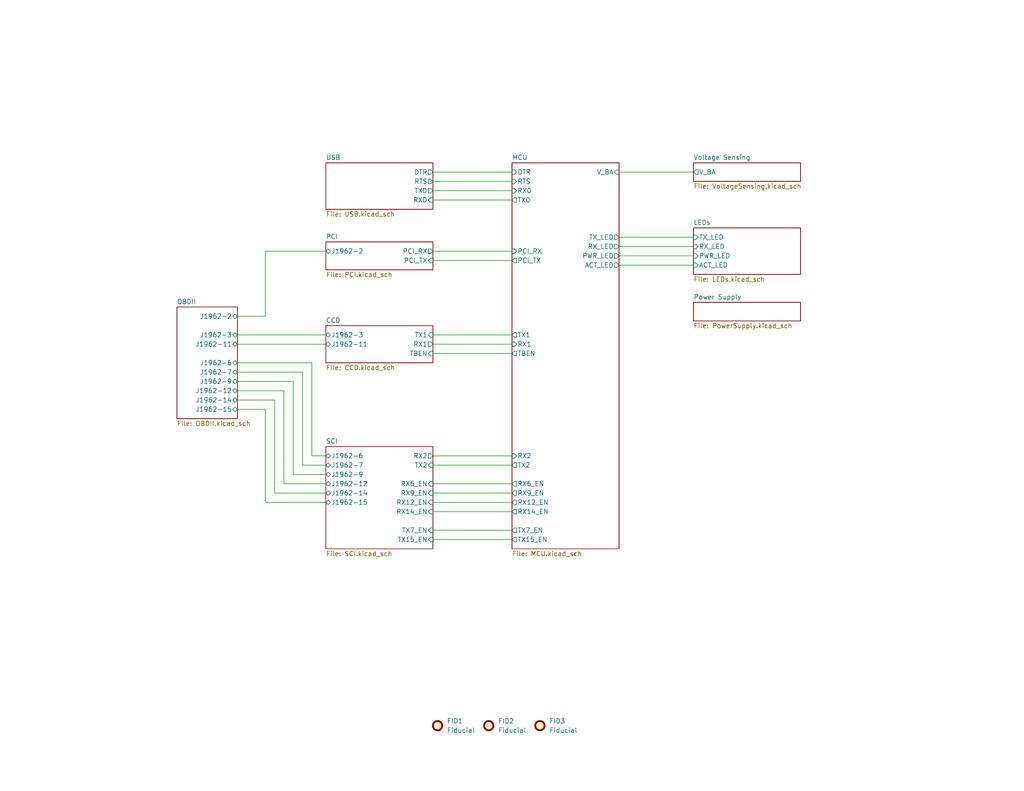
<source format=kicad_sch>
(kicad_sch (version 20211123) (generator eeschema)

  (uuid 956d2c99-20a9-451d-84c0-31aa8f667eb9)

  (paper "USLetter")

  (title_block
    (title "TJ Diag")
    (date "2023-09-12")
    (rev "V1.00")
    (company "andy@britishideas.com")
    (comment 1 "V210/ChryslerScanner_V210/schematic/ChryslerScanner_V210_schematic.pdf")
    (comment 2 "Based on: https://github.com/laszlodaniel/ChryslerScanner/blob/master/PCB/")
    (comment 3 "GPL V3 LICENSE")
  )

  (lib_symbols
    (symbol "Mechanical:Fiducial" (in_bom yes) (on_board yes)
      (property "Reference" "FID" (id 0) (at 0 5.08 0)
        (effects (font (size 1.27 1.27)))
      )
      (property "Value" "Fiducial" (id 1) (at 0 3.175 0)
        (effects (font (size 1.27 1.27)))
      )
      (property "Footprint" "" (id 2) (at 0 0 0)
        (effects (font (size 1.27 1.27)) hide)
      )
      (property "Datasheet" "~" (id 3) (at 0 0 0)
        (effects (font (size 1.27 1.27)) hide)
      )
      (property "ki_keywords" "fiducial marker" (id 4) (at 0 0 0)
        (effects (font (size 1.27 1.27)) hide)
      )
      (property "ki_description" "Fiducial Marker" (id 5) (at 0 0 0)
        (effects (font (size 1.27 1.27)) hide)
      )
      (property "ki_fp_filters" "Fiducial*" (id 6) (at 0 0 0)
        (effects (font (size 1.27 1.27)) hide)
      )
      (symbol "Fiducial_0_1"
        (circle (center 0 0) (radius 1.27)
          (stroke (width 0.508) (type default) (color 0 0 0 0))
          (fill (type background))
        )
      )
    )
  )


  (wire (pts (xy 118.11 46.99) (xy 139.7 46.99))
    (stroke (width 0) (type default) (color 0 0 0 0))
    (uuid 07f4cd4b-d2c4-4726-9bf7-4b7aadfe9946)
  )
  (wire (pts (xy 85.09 99.06) (xy 85.09 124.46))
    (stroke (width 0) (type default) (color 0 0 0 0))
    (uuid 0eef8870-c094-4016-ad6f-241db21f77cc)
  )
  (wire (pts (xy 64.77 109.22) (xy 74.93 109.22))
    (stroke (width 0) (type default) (color 0 0 0 0))
    (uuid 1b35d8cd-7ae9-41e3-9b9b-9e09f9e72da6)
  )
  (wire (pts (xy 88.9 124.46) (xy 85.09 124.46))
    (stroke (width 0) (type default) (color 0 0 0 0))
    (uuid 1edcaa1e-8d34-449c-ab57-384323c677bf)
  )
  (wire (pts (xy 72.39 111.76) (xy 64.77 111.76))
    (stroke (width 0) (type default) (color 0 0 0 0))
    (uuid 21b6e7e3-c235-413c-80e6-c8433cf77a7b)
  )
  (wire (pts (xy 74.93 109.22) (xy 74.93 134.62))
    (stroke (width 0) (type default) (color 0 0 0 0))
    (uuid 22b0ac19-7c5a-4562-9670-0d0d20ff408e)
  )
  (wire (pts (xy 118.11 124.46) (xy 139.7 124.46))
    (stroke (width 0) (type default) (color 0 0 0 0))
    (uuid 231faccf-8d04-46c9-a734-a422731f7ed3)
  )
  (wire (pts (xy 88.9 129.54) (xy 80.01 129.54))
    (stroke (width 0) (type default) (color 0 0 0 0))
    (uuid 29f1d134-bdb5-4a37-a003-defef58eb719)
  )
  (wire (pts (xy 64.77 91.44) (xy 88.9 91.44))
    (stroke (width 0) (type default) (color 0 0 0 0))
    (uuid 33c7c9d7-39b5-45d2-8795-51d9f07f8b1b)
  )
  (wire (pts (xy 118.11 144.78) (xy 139.7 144.78))
    (stroke (width 0) (type default) (color 0 0 0 0))
    (uuid 357a85cf-b477-4c93-92a9-c3f9424ad9de)
  )
  (wire (pts (xy 168.91 64.77) (xy 189.23 64.77))
    (stroke (width 0) (type default) (color 0 0 0 0))
    (uuid 46b305c9-cc4d-4175-87ef-83a3e52eea1f)
  )
  (wire (pts (xy 118.11 49.53) (xy 139.7 49.53))
    (stroke (width 0) (type default) (color 0 0 0 0))
    (uuid 54782a6f-f310-4ac0-acad-7df8068e6795)
  )
  (wire (pts (xy 64.77 99.06) (xy 85.09 99.06))
    (stroke (width 0) (type default) (color 0 0 0 0))
    (uuid 5885d598-f8ef-430f-a7b7-d636640c2613)
  )
  (wire (pts (xy 168.91 67.31) (xy 189.23 67.31))
    (stroke (width 0) (type default) (color 0 0 0 0))
    (uuid 620b1985-ae43-4680-a07c-97d49decc2af)
  )
  (wire (pts (xy 82.55 101.6) (xy 82.55 127))
    (stroke (width 0) (type default) (color 0 0 0 0))
    (uuid 67d79047-0a73-4e30-9f35-a1776c65b7b2)
  )
  (wire (pts (xy 118.11 52.07) (xy 139.7 52.07))
    (stroke (width 0) (type default) (color 0 0 0 0))
    (uuid 6dd7e073-51be-488a-a365-4777270acbe6)
  )
  (wire (pts (xy 118.11 139.7) (xy 139.7 139.7))
    (stroke (width 0) (type default) (color 0 0 0 0))
    (uuid 741e1e8e-024a-4e29-886c-1303134cb65e)
  )
  (wire (pts (xy 88.9 127) (xy 82.55 127))
    (stroke (width 0) (type default) (color 0 0 0 0))
    (uuid 750b0627-04dd-420c-aeec-6892a7707416)
  )
  (wire (pts (xy 118.11 91.44) (xy 139.7 91.44))
    (stroke (width 0) (type default) (color 0 0 0 0))
    (uuid 7a905482-895f-4a6d-bef5-c0918d7507fd)
  )
  (wire (pts (xy 118.11 71.12) (xy 139.7 71.12))
    (stroke (width 0) (type default) (color 0 0 0 0))
    (uuid 7f044920-c50f-44bc-8bdd-1554d1170910)
  )
  (wire (pts (xy 72.39 111.76) (xy 72.39 137.16))
    (stroke (width 0) (type default) (color 0 0 0 0))
    (uuid 864ab185-8786-4b55-9b0e-3a1ef664c3fb)
  )
  (wire (pts (xy 64.77 93.98) (xy 88.9 93.98))
    (stroke (width 0) (type default) (color 0 0 0 0))
    (uuid 86a52550-52d8-4bc6-8586-7b967b86247b)
  )
  (wire (pts (xy 118.11 127) (xy 139.7 127))
    (stroke (width 0) (type default) (color 0 0 0 0))
    (uuid 89a72462-3f82-4605-81a2-3756d22e7f59)
  )
  (wire (pts (xy 118.11 93.98) (xy 139.7 93.98))
    (stroke (width 0) (type default) (color 0 0 0 0))
    (uuid 8dcf895a-edfe-49a6-a97e-cb9f9e009050)
  )
  (wire (pts (xy 64.77 104.14) (xy 80.01 104.14))
    (stroke (width 0) (type default) (color 0 0 0 0))
    (uuid 9428c298-c863-40ce-8e6a-6b24ea4f2d3f)
  )
  (wire (pts (xy 88.9 137.16) (xy 72.39 137.16))
    (stroke (width 0) (type default) (color 0 0 0 0))
    (uuid 98ad2f57-97f3-446b-95ec-45eaf9cc5d14)
  )
  (wire (pts (xy 77.47 106.68) (xy 77.47 132.08))
    (stroke (width 0) (type default) (color 0 0 0 0))
    (uuid 9999a130-1eba-4560-9dec-42e0f69ec7d2)
  )
  (wire (pts (xy 118.11 132.08) (xy 139.7 132.08))
    (stroke (width 0) (type default) (color 0 0 0 0))
    (uuid a036f085-0492-4f8b-ade2-6302eeda7455)
  )
  (wire (pts (xy 88.9 132.08) (xy 77.47 132.08))
    (stroke (width 0) (type default) (color 0 0 0 0))
    (uuid a40629e0-7ebf-4168-bd83-e1fd8ae9c60f)
  )
  (wire (pts (xy 168.91 46.99) (xy 189.23 46.99))
    (stroke (width 0) (type default) (color 0 0 0 0))
    (uuid a8ea50ea-0bfc-45ff-95c8-12d32cedb43e)
  )
  (wire (pts (xy 72.39 68.58) (xy 72.39 86.36))
    (stroke (width 0) (type default) (color 0 0 0 0))
    (uuid b18630ed-248a-4510-8270-e025873596f7)
  )
  (wire (pts (xy 118.11 147.32) (xy 139.7 147.32))
    (stroke (width 0) (type default) (color 0 0 0 0))
    (uuid b1abf40c-7ac2-49e0-8fa7-f95a6ce09e77)
  )
  (wire (pts (xy 80.01 104.14) (xy 80.01 129.54))
    (stroke (width 0) (type default) (color 0 0 0 0))
    (uuid c055659e-b384-4516-8807-fb948c50daf4)
  )
  (wire (pts (xy 64.77 106.68) (xy 77.47 106.68))
    (stroke (width 0) (type default) (color 0 0 0 0))
    (uuid c155bd00-a98a-4bfe-a666-8b08b332d597)
  )
  (wire (pts (xy 82.55 101.6) (xy 64.77 101.6))
    (stroke (width 0) (type default) (color 0 0 0 0))
    (uuid c4b4f36b-973c-43b8-b49b-14191aa97ac0)
  )
  (wire (pts (xy 168.91 72.39) (xy 189.23 72.39))
    (stroke (width 0) (type default) (color 0 0 0 0))
    (uuid d338d1a0-9236-4c1b-9532-cace5c54ff84)
  )
  (wire (pts (xy 168.91 69.85) (xy 189.23 69.85))
    (stroke (width 0) (type default) (color 0 0 0 0))
    (uuid d5220bb6-beae-46e0-b51e-49e865d05bb4)
  )
  (wire (pts (xy 88.9 68.58) (xy 72.39 68.58))
    (stroke (width 0) (type default) (color 0 0 0 0))
    (uuid dbacc711-4e3d-4058-a3ac-befb46f03fd8)
  )
  (wire (pts (xy 118.11 137.16) (xy 139.7 137.16))
    (stroke (width 0) (type default) (color 0 0 0 0))
    (uuid dc8e931e-5cd5-4dff-997e-63945529202e)
  )
  (wire (pts (xy 118.11 54.61) (xy 139.7 54.61))
    (stroke (width 0) (type default) (color 0 0 0 0))
    (uuid e07ef151-bbeb-4b8a-931d-9b4aab12fd22)
  )
  (wire (pts (xy 88.9 134.62) (xy 74.93 134.62))
    (stroke (width 0) (type default) (color 0 0 0 0))
    (uuid e3dfba42-18bf-4d17-a668-8a1a8922fb2a)
  )
  (wire (pts (xy 118.11 68.58) (xy 139.7 68.58))
    (stroke (width 0) (type default) (color 0 0 0 0))
    (uuid ed73d291-bdfb-46d0-956c-415b96ff3d63)
  )
  (wire (pts (xy 118.11 96.52) (xy 139.7 96.52))
    (stroke (width 0) (type default) (color 0 0 0 0))
    (uuid f1b57951-e3df-4d23-b785-308557a7d737)
  )
  (wire (pts (xy 72.39 86.36) (xy 64.77 86.36))
    (stroke (width 0) (type default) (color 0 0 0 0))
    (uuid fc71b7c1-ee1a-411e-affc-d39df29674f9)
  )
  (wire (pts (xy 118.11 134.62) (xy 139.7 134.62))
    (stroke (width 0) (type default) (color 0 0 0 0))
    (uuid fcd99cc0-8d1f-4e29-9535-3f2f5ecfa6e9)
  )

  (symbol (lib_id "Mechanical:Fiducial") (at 133.35 198.12 0) (unit 1)
    (in_bom yes) (on_board yes) (fields_autoplaced)
    (uuid 030acf3f-e202-4778-bdcd-d59a4d01ef0a)
    (property "Reference" "FID2" (id 0) (at 135.89 196.8499 0)
      (effects (font (size 1.27 1.27)) (justify left))
    )
    (property "Value" "Fiducial" (id 1) (at 135.89 199.3899 0)
      (effects (font (size 1.27 1.27)) (justify left))
    )
    (property "Footprint" "Fiducial:Fiducial_0.5mm_Mask1mm" (id 2) (at 133.35 198.12 0)
      (effects (font (size 1.27 1.27)) hide)
    )
    (property "Datasheet" "~" (id 3) (at 133.35 198.12 0)
      (effects (font (size 1.27 1.27)) hide)
    )
  )

  (symbol (lib_id "Mechanical:Fiducial") (at 147.32 198.12 0) (unit 1)
    (in_bom yes) (on_board yes) (fields_autoplaced)
    (uuid 5e15f123-2233-44a1-940a-e4055cf28025)
    (property "Reference" "FID3" (id 0) (at 149.86 196.8499 0)
      (effects (font (size 1.27 1.27)) (justify left))
    )
    (property "Value" "Fiducial" (id 1) (at 149.86 199.3899 0)
      (effects (font (size 1.27 1.27)) (justify left))
    )
    (property "Footprint" "Fiducial:Fiducial_0.5mm_Mask1mm" (id 2) (at 147.32 198.12 0)
      (effects (font (size 1.27 1.27)) hide)
    )
    (property "Datasheet" "~" (id 3) (at 147.32 198.12 0)
      (effects (font (size 1.27 1.27)) hide)
    )
  )

  (symbol (lib_id "Mechanical:Fiducial") (at 119.38 198.12 0) (unit 1)
    (in_bom yes) (on_board yes) (fields_autoplaced)
    (uuid c22f6a66-ec06-4694-baa3-28a71f3b3b98)
    (property "Reference" "FID1" (id 0) (at 121.92 196.8499 0)
      (effects (font (size 1.27 1.27)) (justify left))
    )
    (property "Value" "Fiducial" (id 1) (at 121.92 199.3899 0)
      (effects (font (size 1.27 1.27)) (justify left))
    )
    (property "Footprint" "Fiducial:Fiducial_0.5mm_Mask1mm" (id 2) (at 119.38 198.12 0)
      (effects (font (size 1.27 1.27)) hide)
    )
    (property "Datasheet" "~" (id 3) (at 119.38 198.12 0)
      (effects (font (size 1.27 1.27)) hide)
    )
  )

  (sheet (at 189.23 44.45) (size 29.21 5.08) (fields_autoplaced)
    (stroke (width 0.1524) (type solid) (color 0 0 0 0))
    (fill (color 0 0 0 0.0000))
    (uuid 0400154a-51cb-4ef6-a7e1-57dee584047e)
    (property "Sheet name" "Voltage Sensing" (id 0) (at 189.23 43.7384 0)
      (effects (font (size 1.27 1.27)) (justify left bottom))
    )
    (property "Sheet file" "VoltageSensing.kicad_sch" (id 1) (at 189.23 50.1146 0)
      (effects (font (size 1.27 1.27)) (justify left top))
    )
    (pin "V_BA" output (at 189.23 46.99 180)
      (effects (font (size 1.27 1.27)) (justify left))
      (uuid b5be9f9a-a125-46a8-97b8-eb67a617936d)
    )
  )

  (sheet (at 88.9 44.45) (size 29.21 12.7) (fields_autoplaced)
    (stroke (width 0.1524) (type solid) (color 0 0 0 0))
    (fill (color 0 0 0 0.0000))
    (uuid 1dce640c-a6e4-4ded-8c41-e36bf768df8a)
    (property "Sheet name" "USB" (id 0) (at 88.9 43.7384 0)
      (effects (font (size 1.27 1.27)) (justify left bottom))
    )
    (property "Sheet file" "USB.kicad_sch" (id 1) (at 88.9 57.7346 0)
      (effects (font (size 1.27 1.27)) (justify left top))
    )
    (pin "TXD" output (at 118.11 52.07 0)
      (effects (font (size 1.27 1.27)) (justify right))
      (uuid 0e706b60-a26c-4633-aa63-533be972877e)
    )
    (pin "RTS" output (at 118.11 49.53 0)
      (effects (font (size 1.27 1.27)) (justify right))
      (uuid 5858eb3c-1da1-47d3-88e4-08e915a01bee)
    )
    (pin "DTR" output (at 118.11 46.99 0)
      (effects (font (size 1.27 1.27)) (justify right))
      (uuid 76aa34f4-c7d7-447c-98bb-ffa1c52f795e)
    )
    (pin "RXD" input (at 118.11 54.61 0)
      (effects (font (size 1.27 1.27)) (justify right))
      (uuid f8c6e864-d3a1-428e-ac51-7ccf29e472fc)
    )
  )

  (sheet (at 189.23 62.23) (size 29.21 12.7) (fields_autoplaced)
    (stroke (width 0.1524) (type solid) (color 0 0 0 0))
    (fill (color 0 0 0 0.0000))
    (uuid 254662d1-55f2-4325-bea6-ec403203b945)
    (property "Sheet name" "LEDs" (id 0) (at 189.23 61.5184 0)
      (effects (font (size 1.27 1.27)) (justify left bottom))
    )
    (property "Sheet file" "LEDs.kicad_sch" (id 1) (at 189.23 75.5146 0)
      (effects (font (size 1.27 1.27)) (justify left top))
    )
    (pin "PWR_LED" input (at 189.23 69.85 180)
      (effects (font (size 1.27 1.27)) (justify left))
      (uuid b67bb00b-cbbb-4979-993c-23c99a3cb276)
    )
    (pin "ACT_LED" input (at 189.23 72.39 180)
      (effects (font (size 1.27 1.27)) (justify left))
      (uuid 7dde3cba-3efe-4599-b9ab-deaae8842f52)
    )
    (pin "TX_LED" input (at 189.23 64.77 180)
      (effects (font (size 1.27 1.27)) (justify left))
      (uuid 6e5007ab-1ab0-49bf-8bf5-5b36ede9ac9f)
    )
    (pin "RX_LED" input (at 189.23 67.31 180)
      (effects (font (size 1.27 1.27)) (justify left))
      (uuid 6dcdb9eb-0a83-412b-916c-96d997d23529)
    )
  )

  (sheet (at 88.9 121.92) (size 29.21 27.94) (fields_autoplaced)
    (stroke (width 0.1524) (type solid) (color 0 0 0 0))
    (fill (color 0 0 0 0.0000))
    (uuid 449d0042-ba50-43bb-a7ec-3334a10ae562)
    (property "Sheet name" "SCI" (id 0) (at 88.9 121.2084 0)
      (effects (font (size 1.27 1.27)) (justify left bottom))
    )
    (property "Sheet file" "SCI.kicad_sch" (id 1) (at 88.9 150.4446 0)
      (effects (font (size 1.27 1.27)) (justify left top))
    )
    (pin "TX2" input (at 118.11 127 0)
      (effects (font (size 1.27 1.27)) (justify right))
      (uuid 47e5ed39-5ef6-47a9-84ab-d743cb68b6de)
    )
    (pin "RX9_EN" input (at 118.11 134.62 0)
      (effects (font (size 1.27 1.27)) (justify right))
      (uuid 3b455714-ad06-4363-9563-63743cfa0124)
    )
    (pin "J1962-7" bidirectional (at 88.9 127 180)
      (effects (font (size 1.27 1.27)) (justify left))
      (uuid f6ce0d70-d5b7-4a71-bf21-7f45e4da52be)
    )
    (pin "RX14_EN" input (at 118.11 139.7 0)
      (effects (font (size 1.27 1.27)) (justify right))
      (uuid 7cb7e2db-bc36-4de7-8884-90ea483ff4e2)
    )
    (pin "J1962-15" bidirectional (at 88.9 137.16 180)
      (effects (font (size 1.27 1.27)) (justify left))
      (uuid 444a479f-0bb0-48e4-bd07-dd2b23142e67)
    )
    (pin "TX7_EN" input (at 118.11 144.78 0)
      (effects (font (size 1.27 1.27)) (justify right))
      (uuid c3e0380c-abcc-4e53-8dad-9d545ca95178)
    )
    (pin "RX2" output (at 118.11 124.46 0)
      (effects (font (size 1.27 1.27)) (justify right))
      (uuid 3e7d28d0-ee8f-48ca-b37e-fb31366ae452)
    )
    (pin "TX15_EN" input (at 118.11 147.32 0)
      (effects (font (size 1.27 1.27)) (justify right))
      (uuid 2588d0dd-30b3-4cbf-aeda-afe238b6e00d)
    )
    (pin "J1962-14" bidirectional (at 88.9 134.62 180)
      (effects (font (size 1.27 1.27)) (justify left))
      (uuid e6e887ca-67b6-45c0-bc5a-48155687e99b)
    )
    (pin "J1962-9" bidirectional (at 88.9 129.54 180)
      (effects (font (size 1.27 1.27)) (justify left))
      (uuid ab10e880-d982-4444-97e6-c228b3974857)
    )
    (pin "RX6_EN" input (at 118.11 132.08 0)
      (effects (font (size 1.27 1.27)) (justify right))
      (uuid 8ed08cc7-f23b-43a8-b794-bd7ca7cd293a)
    )
    (pin "J1962-12" bidirectional (at 88.9 132.08 180)
      (effects (font (size 1.27 1.27)) (justify left))
      (uuid 0f110aa0-0b5f-4da5-bc62-3eb271cdb721)
    )
    (pin "RX12_EN" input (at 118.11 137.16 0)
      (effects (font (size 1.27 1.27)) (justify right))
      (uuid 5001d275-bced-4662-9662-8447589e3430)
    )
    (pin "J1962-6" bidirectional (at 88.9 124.46 180)
      (effects (font (size 1.27 1.27)) (justify left))
      (uuid 95fe7b11-8aed-44d9-af39-a93e5bb1bb50)
    )
  )

  (sheet (at 48.26 83.82) (size 16.51 30.48) (fields_autoplaced)
    (stroke (width 0.1524) (type solid) (color 0 0 0 0))
    (fill (color 0 0 0 0.0000))
    (uuid 4b6d022c-3e74-4eb6-939e-0485ec1c8fb8)
    (property "Sheet name" "OBDII" (id 0) (at 48.26 83.1084 0)
      (effects (font (size 1.27 1.27)) (justify left bottom))
    )
    (property "Sheet file" "OBDII.kicad_sch" (id 1) (at 48.26 114.8846 0)
      (effects (font (size 1.27 1.27)) (justify left top))
    )
    (pin "J1962-9" bidirectional (at 64.77 104.14 0)
      (effects (font (size 1.27 1.27)) (justify right))
      (uuid f222c80d-4532-44fe-9396-b5c04cac2e66)
    )
    (pin "J1962-14" bidirectional (at 64.77 109.22 0)
      (effects (font (size 1.27 1.27)) (justify right))
      (uuid 9a9a027b-6b44-425b-bff6-7ac2250d94f9)
    )
    (pin "J1962-12" bidirectional (at 64.77 106.68 0)
      (effects (font (size 1.27 1.27)) (justify right))
      (uuid 202eca9a-5327-4220-9fdf-989f5518b53a)
    )
    (pin "J1962-15" bidirectional (at 64.77 111.76 0)
      (effects (font (size 1.27 1.27)) (justify right))
      (uuid 5f60e35b-bfaf-4008-9af4-3215849d01ca)
    )
    (pin "J1962-6" bidirectional (at 64.77 99.06 0)
      (effects (font (size 1.27 1.27)) (justify right))
      (uuid a680e9f1-1d81-44b9-bb34-c8b1c61576d1)
    )
    (pin "J1962-7" bidirectional (at 64.77 101.6 0)
      (effects (font (size 1.27 1.27)) (justify right))
      (uuid e654d5e0-a8bb-4078-9fcd-94b3f73abebd)
    )
    (pin "J1962-2" bidirectional (at 64.77 86.36 0)
      (effects (font (size 1.27 1.27)) (justify right))
      (uuid f2e48d05-f02c-47d9-a461-dd45f6dfd441)
    )
    (pin "J1962-3" bidirectional (at 64.77 91.44 0)
      (effects (font (size 1.27 1.27)) (justify right))
      (uuid 0299a10a-9dae-4631-920a-a1aaac12146f)
    )
    (pin "J1962-11" bidirectional (at 64.77 93.98 0)
      (effects (font (size 1.27 1.27)) (justify right))
      (uuid 271d2441-a3a2-4b97-8ff7-e279e7ad533c)
    )
  )

  (sheet (at 139.7 44.45) (size 29.21 105.41) (fields_autoplaced)
    (stroke (width 0.1524) (type solid) (color 0 0 0 0))
    (fill (color 0 0 0 0.0000))
    (uuid ac169076-8654-48a0-b056-b4e38c009a27)
    (property "Sheet name" "MCU" (id 0) (at 139.7 43.7384 0)
      (effects (font (size 1.27 1.27)) (justify left bottom))
    )
    (property "Sheet file" "MCU.kicad_sch" (id 1) (at 139.7 150.4446 0)
      (effects (font (size 1.27 1.27)) (justify left top))
    )
    (pin "DTR" input (at 139.7 46.99 180)
      (effects (font (size 1.27 1.27)) (justify left))
      (uuid 6923d4c0-9072-4932-a7fe-d1ff59b5ba82)
    )
    (pin "RTS" input (at 139.7 49.53 180)
      (effects (font (size 1.27 1.27)) (justify left))
      (uuid 0640e503-11dc-4c6c-84d2-49b7ea903975)
    )
    (pin "RX0" input (at 139.7 52.07 180)
      (effects (font (size 1.27 1.27)) (justify left))
      (uuid 05b96a29-994f-4640-a0bc-ca87c34632bc)
    )
    (pin "TX0" output (at 139.7 54.61 180)
      (effects (font (size 1.27 1.27)) (justify left))
      (uuid 8d41b694-c80d-48cc-a50c-8b881a581acf)
    )
    (pin "RX2" input (at 139.7 124.46 180)
      (effects (font (size 1.27 1.27)) (justify left))
      (uuid ee93a4b7-70e5-4f04-bc74-6b517ee3c87a)
    )
    (pin "TX2" output (at 139.7 127 180)
      (effects (font (size 1.27 1.27)) (justify left))
      (uuid b72d6b9a-823c-4eaf-8f79-1e11cd61e5d3)
    )
    (pin "ACT_LED" output (at 168.91 72.39 0)
      (effects (font (size 1.27 1.27)) (justify right))
      (uuid 9519de8b-e383-485e-8359-7975d2a5331c)
    )
    (pin "PCI_RX" input (at 139.7 68.58 180)
      (effects (font (size 1.27 1.27)) (justify left))
      (uuid 4fbd101f-c74c-4fe2-b80a-892ebf29ecbd)
    )
    (pin "PCI_TX" output (at 139.7 71.12 180)
      (effects (font (size 1.27 1.27)) (justify left))
      (uuid e7be38f8-e032-4a9e-bb80-5519dafab786)
    )
    (pin "V_BA" input (at 168.91 46.99 0)
      (effects (font (size 1.27 1.27)) (justify right))
      (uuid 2ed7eabd-b54f-469b-8ca2-c9d3247f2d98)
    )
    (pin "PWR_LED" output (at 168.91 69.85 0)
      (effects (font (size 1.27 1.27)) (justify right))
      (uuid 5970298a-1b94-452f-ba83-e8a04c5b3f1f)
    )
    (pin "RX_LED" output (at 168.91 67.31 0)
      (effects (font (size 1.27 1.27)) (justify right))
      (uuid 3be382fd-4a3a-4973-a0dc-25aec576c3c7)
    )
    (pin "TX_LED" output (at 168.91 64.77 0)
      (effects (font (size 1.27 1.27)) (justify right))
      (uuid ccde7daa-9593-44e6-915a-92f5fd064dd6)
    )
    (pin "RX9_EN" output (at 139.7 134.62 180)
      (effects (font (size 1.27 1.27)) (justify left))
      (uuid b89306cf-b05b-4e72-8c2e-d401b5903c36)
    )
    (pin "TX7_EN" output (at 139.7 144.78 180)
      (effects (font (size 1.27 1.27)) (justify left))
      (uuid 4ec12ff0-3268-4a07-8ad8-c9eee6a07f8d)
    )
    (pin "RX6_EN" output (at 139.7 132.08 180)
      (effects (font (size 1.27 1.27)) (justify left))
      (uuid acf44826-907f-4fdc-a778-9ef6e3b774f8)
    )
    (pin "RX12_EN" output (at 139.7 137.16 180)
      (effects (font (size 1.27 1.27)) (justify left))
      (uuid 7b4593ff-388a-4975-a4a6-121637ba09fb)
    )
    (pin "RX14_EN" output (at 139.7 139.7 180)
      (effects (font (size 1.27 1.27)) (justify left))
      (uuid 561ed54b-2f34-4f71-9a24-9774ddb62c7e)
    )
    (pin "TX15_EN" output (at 139.7 147.32 180)
      (effects (font (size 1.27 1.27)) (justify left))
      (uuid d2b86da8-dedd-4339-9dd4-16a8811155cc)
    )
    (pin "TBEN" output (at 139.7 96.52 180)
      (effects (font (size 1.27 1.27)) (justify left))
      (uuid ffb3dfc4-a19b-44c2-9f38-b72bcc1c98b7)
    )
    (pin "TX1" output (at 139.7 91.44 180)
      (effects (font (size 1.27 1.27)) (justify left))
      (uuid a29f427c-502f-49f6-8e1e-21ee24d8df8d)
    )
    (pin "RX1" input (at 139.7 93.98 180)
      (effects (font (size 1.27 1.27)) (justify left))
      (uuid d7c9ccd9-2729-4e6b-8cc5-edda29ff078d)
    )
  )

  (sheet (at 88.9 66.04) (size 29.21 7.62) (fields_autoplaced)
    (stroke (width 0.1524) (type solid) (color 0 0 0 0))
    (fill (color 0 0 0 0.0000))
    (uuid d584bf7c-3d64-4563-bc46-da057782bc67)
    (property "Sheet name" "PCI" (id 0) (at 88.9 65.3284 0)
      (effects (font (size 1.27 1.27)) (justify left bottom))
    )
    (property "Sheet file" "PCI.kicad_sch" (id 1) (at 88.9 74.2446 0)
      (effects (font (size 1.27 1.27)) (justify left top))
    )
    (pin "PCI_RX" output (at 118.11 68.58 0)
      (effects (font (size 1.27 1.27)) (justify right))
      (uuid 48af887a-559d-447e-b689-6797935a4561)
    )
    (pin "J1962-2" bidirectional (at 88.9 68.58 180)
      (effects (font (size 1.27 1.27)) (justify left))
      (uuid d7f59ae5-4e3a-4927-894e-e856bfbaac74)
    )
    (pin "PCI_TX" input (at 118.11 71.12 0)
      (effects (font (size 1.27 1.27)) (justify right))
      (uuid 5e1f789d-6531-4467-9b32-1ac69d7a2235)
    )
  )

  (sheet (at 88.9 88.9) (size 29.21 10.16) (fields_autoplaced)
    (stroke (width 0.1524) (type solid) (color 0 0 0 0))
    (fill (color 0 0 0 0.0000))
    (uuid e109deb9-e3e7-4b8a-a131-c740d45752d6)
    (property "Sheet name" "CCD" (id 0) (at 88.9 88.1884 0)
      (effects (font (size 1.27 1.27)) (justify left bottom))
    )
    (property "Sheet file" "CCD.kicad_sch" (id 1) (at 88.9 99.6446 0)
      (effects (font (size 1.27 1.27)) (justify left top))
    )
    (pin "J1962-11" bidirectional (at 88.9 93.98 180)
      (effects (font (size 1.27 1.27)) (justify left))
      (uuid e95d7625-b839-4189-9dda-602bd7560e1e)
    )
    (pin "TX1" input (at 118.11 91.44 0)
      (effects (font (size 1.27 1.27)) (justify right))
      (uuid c476e157-49e7-494a-80c6-368e4af82f6e)
    )
    (pin "RX1" output (at 118.11 93.98 0)
      (effects (font (size 1.27 1.27)) (justify right))
      (uuid d573ffa6-c59e-43cf-a658-8bc79e3beebb)
    )
    (pin "J1962-3" bidirectional (at 88.9 91.44 180)
      (effects (font (size 1.27 1.27)) (justify left))
      (uuid 126efca8-fd55-4c63-a0f9-991216a426dc)
    )
    (pin "TBEN" input (at 118.11 96.52 0)
      (effects (font (size 1.27 1.27)) (justify right))
      (uuid 71038694-28df-44af-8614-0b1e912d12ec)
    )
  )

  (sheet (at 189.23 82.55) (size 29.21 5.08) (fields_autoplaced)
    (stroke (width 0.1524) (type solid) (color 0 0 0 0))
    (fill (color 0 0 0 0.0000))
    (uuid e8591d1b-ea9e-4349-a689-706d63b323cd)
    (property "Sheet name" "Power Supply" (id 0) (at 189.23 81.8384 0)
      (effects (font (size 1.27 1.27)) (justify left bottom))
    )
    (property "Sheet file" "PowerSupply.kicad_sch" (id 1) (at 189.23 88.2146 0)
      (effects (font (size 1.27 1.27)) (justify left top))
    )
  )

  (sheet_instances
    (path "/" (page "1"))
    (path "/ac169076-8654-48a0-b056-b4e38c009a27" (page "2"))
    (path "/1dce640c-a6e4-4ded-8c41-e36bf768df8a" (page "3"))
    (path "/254662d1-55f2-4325-bea6-ec403203b945" (page "4"))
    (path "/0400154a-51cb-4ef6-a7e1-57dee584047e" (page "5"))
    (path "/4b6d022c-3e74-4eb6-939e-0485ec1c8fb8" (page "6"))
    (path "/e8591d1b-ea9e-4349-a689-706d63b323cd" (page "8"))
    (path "/d584bf7c-3d64-4563-bc46-da057782bc67" (page "9"))
    (path "/e109deb9-e3e7-4b8a-a131-c740d45752d6" (page "10"))
    (path "/449d0042-ba50-43bb-a7ec-3334a10ae562" (page "10"))
  )

  (symbol_instances
    (path "/1dce640c-a6e4-4ded-8c41-e36bf768df8a/03afb497-509c-44b8-95a5-69f04a90e16e"
      (reference "#FLG01") (unit 1) (value "PWR_FLAG") (footprint "")
    )
    (path "/4b6d022c-3e74-4eb6-939e-0485ec1c8fb8/7a184a2a-b549-4d7a-904b-5bbaf7a5dba9"
      (reference "#FLG02") (unit 1) (value "PWR_FLAG") (footprint "")
    )
    (path "/ac169076-8654-48a0-b056-b4e38c009a27/2258c7b9-01e0-41ef-bc6b-ca758bb23596"
      (reference "#PWR01") (unit 1) (value "+3V3") (footprint "")
    )
    (path "/ac169076-8654-48a0-b056-b4e38c009a27/90d0c8c4-3570-44c6-a922-0f6e51a36fa5"
      (reference "#PWR02") (unit 1) (value "GND") (footprint "")
    )
    (path "/ac169076-8654-48a0-b056-b4e38c009a27/a01dc6b8-bb26-4f69-be31-ac6e7c7be054"
      (reference "#PWR03") (unit 1) (value "+3V3") (footprint "")
    )
    (path "/ac169076-8654-48a0-b056-b4e38c009a27/1d419254-f2dc-42f2-8578-9918d694d101"
      (reference "#PWR04") (unit 1) (value "GND") (footprint "")
    )
    (path "/ac169076-8654-48a0-b056-b4e38c009a27/70e1b508-51f2-407c-99a1-14d8654746e1"
      (reference "#PWR05") (unit 1) (value "GND") (footprint "")
    )
    (path "/ac169076-8654-48a0-b056-b4e38c009a27/7aa1fc09-e815-48c7-bd44-65d9ad3a45e0"
      (reference "#PWR06") (unit 1) (value "+3V3") (footprint "")
    )
    (path "/ac169076-8654-48a0-b056-b4e38c009a27/4cb50523-767a-4a78-b7ce-fcec114c2d1a"
      (reference "#PWR07") (unit 1) (value "GND") (footprint "")
    )
    (path "/ac169076-8654-48a0-b056-b4e38c009a27/8de5a569-2ab0-42fe-abac-faf3c535d0db"
      (reference "#PWR08") (unit 1) (value "GND") (footprint "")
    )
    (path "/ac169076-8654-48a0-b056-b4e38c009a27/835a6631-2fe7-4f4c-a439-2b09cce33c7c"
      (reference "#PWR09") (unit 1) (value "+3V3") (footprint "")
    )
    (path "/ac169076-8654-48a0-b056-b4e38c009a27/bbf42d95-d94f-4d08-a895-3cf088974d46"
      (reference "#PWR010") (unit 1) (value "GND") (footprint "")
    )
    (path "/ac169076-8654-48a0-b056-b4e38c009a27/05e185ac-cd3e-408a-912b-8f57351b23be"
      (reference "#PWR011") (unit 1) (value "+3V3") (footprint "")
    )
    (path "/ac169076-8654-48a0-b056-b4e38c009a27/6c4b4f4a-545a-4aa4-8f33-2f44f2d81f51"
      (reference "#PWR012") (unit 1) (value "GND") (footprint "")
    )
    (path "/1dce640c-a6e4-4ded-8c41-e36bf768df8a/0ed1138d-e2e9-4590-92a9-60f154683f55"
      (reference "#PWR013") (unit 1) (value "+5V") (footprint "")
    )
    (path "/1dce640c-a6e4-4ded-8c41-e36bf768df8a/edc7a528-d30c-4451-82ad-57cd66891a4a"
      (reference "#PWR014") (unit 1) (value "VBUS") (footprint "")
    )
    (path "/1dce640c-a6e4-4ded-8c41-e36bf768df8a/4e4e84f3-f045-4ccd-87f7-e2accc22e091"
      (reference "#PWR015") (unit 1) (value "VBUS") (footprint "")
    )
    (path "/1dce640c-a6e4-4ded-8c41-e36bf768df8a/549942d6-4123-402a-a1b8-5e006798478d"
      (reference "#PWR016") (unit 1) (value "GND") (footprint "")
    )
    (path "/1dce640c-a6e4-4ded-8c41-e36bf768df8a/62aaf8d1-d4e0-46b2-b7df-a27f61fabd0a"
      (reference "#PWR017") (unit 1) (value "+3V3") (footprint "")
    )
    (path "/1dce640c-a6e4-4ded-8c41-e36bf768df8a/d65ed043-056e-4059-9014-6bbfa1de4078"
      (reference "#PWR018") (unit 1) (value "GND") (footprint "")
    )
    (path "/1dce640c-a6e4-4ded-8c41-e36bf768df8a/1e5a4c5c-42f9-427d-a929-f27d6ac0499a"
      (reference "#PWR019") (unit 1) (value "VBUS") (footprint "")
    )
    (path "/1dce640c-a6e4-4ded-8c41-e36bf768df8a/bb905b4b-2c8a-47cf-b722-8f099b8f3250"
      (reference "#PWR020") (unit 1) (value "GND") (footprint "")
    )
    (path "/1dce640c-a6e4-4ded-8c41-e36bf768df8a/06354a36-58b9-478a-bf70-d3347fe17a96"
      (reference "#PWR021") (unit 1) (value "+3V3") (footprint "")
    )
    (path "/1dce640c-a6e4-4ded-8c41-e36bf768df8a/ff107fd7-8005-4435-b13d-33a7efc74aa1"
      (reference "#PWR022") (unit 1) (value "GND") (footprint "")
    )
    (path "/254662d1-55f2-4325-bea6-ec403203b945/4c28f5db-f2ae-4339-8115-43e3ee974842"
      (reference "#PWR023") (unit 1) (value "+5V") (footprint "")
    )
    (path "/254662d1-55f2-4325-bea6-ec403203b945/501e7245-cffa-430b-aad7-21a63ecfc349"
      (reference "#PWR024") (unit 1) (value "GND") (footprint "")
    )
    (path "/254662d1-55f2-4325-bea6-ec403203b945/c0c1477c-88c4-4045-8a8b-72de7efcee34"
      (reference "#PWR025") (unit 1) (value "+5V") (footprint "")
    )
    (path "/254662d1-55f2-4325-bea6-ec403203b945/30155fa8-0cfb-4d1c-bf7c-fd1ac498f660"
      (reference "#PWR026") (unit 1) (value "GND") (footprint "")
    )
    (path "/254662d1-55f2-4325-bea6-ec403203b945/e806a1fb-881e-4fd4-854e-fa303afba1c8"
      (reference "#PWR027") (unit 1) (value "+5V") (footprint "")
    )
    (path "/254662d1-55f2-4325-bea6-ec403203b945/0fd6704f-f452-49d5-b75b-27340646f8ab"
      (reference "#PWR028") (unit 1) (value "GND") (footprint "")
    )
    (path "/254662d1-55f2-4325-bea6-ec403203b945/2bf0ebc9-9337-4f95-8327-8183d71b5c56"
      (reference "#PWR029") (unit 1) (value "+5V") (footprint "")
    )
    (path "/254662d1-55f2-4325-bea6-ec403203b945/082b0287-de18-42e6-9b57-bb9231c3629f"
      (reference "#PWR030") (unit 1) (value "GND") (footprint "")
    )
    (path "/0400154a-51cb-4ef6-a7e1-57dee584047e/293e0ed2-8a64-4b1a-8ca3-e58b6a4b45f0"
      (reference "#PWR031") (unit 1) (value "+12V") (footprint "")
    )
    (path "/0400154a-51cb-4ef6-a7e1-57dee584047e/95c67d7e-fe1b-4491-8488-0ad87acb39df"
      (reference "#PWR032") (unit 1) (value "GND") (footprint "")
    )
    (path "/4b6d022c-3e74-4eb6-939e-0485ec1c8fb8/d09ce88f-b195-40e9-8bd6-7dd28e46123d"
      (reference "#PWR033") (unit 1) (value "+12V") (footprint "")
    )
    (path "/4b6d022c-3e74-4eb6-939e-0485ec1c8fb8/84b6e4d1-0b45-4c3f-a787-fdab62e127b0"
      (reference "#PWR034") (unit 1) (value "GND") (footprint "")
    )
    (path "/4b6d022c-3e74-4eb6-939e-0485ec1c8fb8/daab8b51-1724-4182-bb68-23ea28ad7385"
      (reference "#PWR035") (unit 1) (value "+12V") (footprint "")
    )
    (path "/4b6d022c-3e74-4eb6-939e-0485ec1c8fb8/ce0e8e78-d1af-42a7-93f8-1d8d89c96678"
      (reference "#PWR036") (unit 1) (value "GND") (footprint "")
    )
    (path "/e8591d1b-ea9e-4349-a689-706d63b323cd/c6ab8f8b-c692-4869-acf2-c8ef4e755b1a"
      (reference "#PWR037") (unit 1) (value "+8V") (footprint "")
    )
    (path "/e8591d1b-ea9e-4349-a689-706d63b323cd/681e6e38-f56b-4499-9f0e-177309497106"
      (reference "#PWR038") (unit 1) (value "GND") (footprint "")
    )
    (path "/e8591d1b-ea9e-4349-a689-706d63b323cd/e0aa040d-59fe-4a8e-a45b-70ed133434aa"
      (reference "#PWR039") (unit 1) (value "+12V") (footprint "")
    )
    (path "/e8591d1b-ea9e-4349-a689-706d63b323cd/9b297e41-1e68-48f4-be2b-69dc185ad5ea"
      (reference "#PWR040") (unit 1) (value "GND") (footprint "")
    )
    (path "/e8591d1b-ea9e-4349-a689-706d63b323cd/7b74c741-13bd-4365-bb39-6bbe41c6ef9b"
      (reference "#PWR041") (unit 1) (value "+5V") (footprint "")
    )
    (path "/e8591d1b-ea9e-4349-a689-706d63b323cd/38c774b7-43b3-46f0-97e7-f0a0d641b778"
      (reference "#PWR042") (unit 1) (value "+3V3") (footprint "")
    )
    (path "/d584bf7c-3d64-4563-bc46-da057782bc67/3755b476-9244-460f-884a-140ac31bfd02"
      (reference "#PWR043") (unit 1) (value "+5V") (footprint "")
    )
    (path "/d584bf7c-3d64-4563-bc46-da057782bc67/67621007-08bd-4b51-8aa3-d2053779e0eb"
      (reference "#PWR044") (unit 1) (value "GND") (footprint "")
    )
    (path "/d584bf7c-3d64-4563-bc46-da057782bc67/bc742b8a-0a85-4eed-b47d-f3957b38e88a"
      (reference "#PWR045") (unit 1) (value "+12V") (footprint "")
    )
    (path "/d584bf7c-3d64-4563-bc46-da057782bc67/dce63d95-e431-4484-85e0-1de80d0338a7"
      (reference "#PWR046") (unit 1) (value "+3V3") (footprint "")
    )
    (path "/d584bf7c-3d64-4563-bc46-da057782bc67/b58949f9-9717-446d-ba27-4ef80bf544fa"
      (reference "#PWR047") (unit 1) (value "GND") (footprint "")
    )
    (path "/d584bf7c-3d64-4563-bc46-da057782bc67/557d8b1a-aa01-42d3-ae42-d458223d082d"
      (reference "#PWR048") (unit 1) (value "+8V") (footprint "")
    )
    (path "/e109deb9-e3e7-4b8a-a131-c740d45752d6/5348c4fb-05f8-4f84-98a5-48b79cf11bf5"
      (reference "#PWR049") (unit 1) (value "+3V3") (footprint "")
    )
    (path "/e109deb9-e3e7-4b8a-a131-c740d45752d6/3a0de9da-4cb1-42a0-a39a-ccc4c3f7592b"
      (reference "#PWR050") (unit 1) (value "GND") (footprint "")
    )
    (path "/e109deb9-e3e7-4b8a-a131-c740d45752d6/ba721458-4e1d-44a0-8d22-7a4280f2ddef"
      (reference "#PWR051") (unit 1) (value "+5V") (footprint "")
    )
    (path "/e109deb9-e3e7-4b8a-a131-c740d45752d6/2770140f-ec45-494e-8c53-f540149bd209"
      (reference "#PWR052") (unit 1) (value "+5V") (footprint "")
    )
    (path "/e109deb9-e3e7-4b8a-a131-c740d45752d6/d925ab71-6936-4093-8010-376e87c3d28a"
      (reference "#PWR053") (unit 1) (value "GND") (footprint "")
    )
    (path "/e109deb9-e3e7-4b8a-a131-c740d45752d6/008eb93e-8940-4b11-8ec2-7d143bc7d898"
      (reference "#PWR054") (unit 1) (value "+5V") (footprint "")
    )
    (path "/e109deb9-e3e7-4b8a-a131-c740d45752d6/c88c08a4-b05d-456c-a743-2e8773f14575"
      (reference "#PWR055") (unit 1) (value "GND") (footprint "")
    )
    (path "/e109deb9-e3e7-4b8a-a131-c740d45752d6/9a5c9e83-7fc3-4ab5-a3d2-9497e3be4d02"
      (reference "#PWR056") (unit 1) (value "GND") (footprint "")
    )
    (path "/e109deb9-e3e7-4b8a-a131-c740d45752d6/eba94896-b1b6-4c7f-8587-3bd126db352a"
      (reference "#PWR057") (unit 1) (value "GND") (footprint "")
    )
    (path "/e109deb9-e3e7-4b8a-a131-c740d45752d6/66d51846-fb85-4733-9a12-3a995cd2b408"
      (reference "#PWR058") (unit 1) (value "+5V") (footprint "")
    )
    (path "/e109deb9-e3e7-4b8a-a131-c740d45752d6/4ae9e4ff-df7e-496d-819e-fcf32a6f2103"
      (reference "#PWR059") (unit 1) (value "GND") (footprint "")
    )
    (path "/e109deb9-e3e7-4b8a-a131-c740d45752d6/119aaf9b-2311-41fa-9237-7f4689723a0a"
      (reference "#PWR060") (unit 1) (value "+3V3") (footprint "")
    )
    (path "/449d0042-ba50-43bb-a7ec-3334a10ae562/f2dc4c57-c1c9-4c28-8511-385eee3ab182"
      (reference "#PWR061") (unit 1) (value "+5V") (footprint "")
    )
    (path "/449d0042-ba50-43bb-a7ec-3334a10ae562/d9b32e96-b3a4-4379-916f-d8e84120956c"
      (reference "#PWR062") (unit 1) (value "+5V") (footprint "")
    )
    (path "/449d0042-ba50-43bb-a7ec-3334a10ae562/0207b903-c4ca-4a11-99aa-9d4632827fe2"
      (reference "#PWR063") (unit 1) (value "+3V3") (footprint "")
    )
    (path "/449d0042-ba50-43bb-a7ec-3334a10ae562/faa7030f-d5ab-418b-959c-9de494e453a7"
      (reference "#PWR064") (unit 1) (value "+3V3") (footprint "")
    )
    (path "/449d0042-ba50-43bb-a7ec-3334a10ae562/517b84af-1237-4040-b90b-7df89816d642"
      (reference "#PWR065") (unit 1) (value "GND") (footprint "")
    )
    (path "/449d0042-ba50-43bb-a7ec-3334a10ae562/95827edc-ec43-4fc8-bc91-eccbafeeed8e"
      (reference "#PWR066") (unit 1) (value "GND") (footprint "")
    )
    (path "/449d0042-ba50-43bb-a7ec-3334a10ae562/fb161031-a034-4ff3-a69c-a7eb7d0c4bd8"
      (reference "#PWR067") (unit 1) (value "+5V") (footprint "")
    )
    (path "/449d0042-ba50-43bb-a7ec-3334a10ae562/fb42ebfd-c683-4d4c-b9af-d1a710159301"
      (reference "#PWR068") (unit 1) (value "+5V") (footprint "")
    )
    (path "/449d0042-ba50-43bb-a7ec-3334a10ae562/6b3e36c7-b68f-45b1-bff8-a49219ba793c"
      (reference "#PWR069") (unit 1) (value "+3V3") (footprint "")
    )
    (path "/449d0042-ba50-43bb-a7ec-3334a10ae562/b1e9b46e-e435-4c43-ab8b-0cc5ff7a6dd2"
      (reference "#PWR070") (unit 1) (value "+3V3") (footprint "")
    )
    (path "/449d0042-ba50-43bb-a7ec-3334a10ae562/62fe1350-46d2-4913-ad58-aef04376452e"
      (reference "#PWR071") (unit 1) (value "GND") (footprint "")
    )
    (path "/449d0042-ba50-43bb-a7ec-3334a10ae562/c83701b8-ef47-497d-b1ad-9cad174acbee"
      (reference "#PWR072") (unit 1) (value "GND") (footprint "")
    )
    (path "/449d0042-ba50-43bb-a7ec-3334a10ae562/bce573a6-9fa8-404a-ab54-a289566d3f8b"
      (reference "#PWR073") (unit 1) (value "+5V") (footprint "")
    )
    (path "/449d0042-ba50-43bb-a7ec-3334a10ae562/e7c2c57f-ca23-4732-b472-9ca36e7025c6"
      (reference "#PWR074") (unit 1) (value "+5V") (footprint "")
    )
    (path "/449d0042-ba50-43bb-a7ec-3334a10ae562/573502fb-9b4b-47d4-be39-a62f03279909"
      (reference "#PWR075") (unit 1) (value "+3V3") (footprint "")
    )
    (path "/449d0042-ba50-43bb-a7ec-3334a10ae562/58809101-5efd-4f8f-ae54-6bdf72e63afb"
      (reference "#PWR076") (unit 1) (value "+3V3") (footprint "")
    )
    (path "/449d0042-ba50-43bb-a7ec-3334a10ae562/b8617103-5c00-4b0d-8f99-ed6aea5aff0a"
      (reference "#PWR077") (unit 1) (value "GND") (footprint "")
    )
    (path "/449d0042-ba50-43bb-a7ec-3334a10ae562/659b721a-bac6-4764-8bd3-4c970988f955"
      (reference "#PWR078") (unit 1) (value "GND") (footprint "")
    )
    (path "/e8591d1b-ea9e-4349-a689-706d63b323cd/6184567f-ffd0-472f-90a1-25621d886fbe"
      (reference "#PWR?") (unit 1) (value "+12V") (footprint "")
    )
    (path "/ac169076-8654-48a0-b056-b4e38c009a27/51125db0-789f-4de3-a9c8-525fc7b2f027"
      (reference "C1") (unit 1) (value "10u") (footprint "Capacitor_SMD:C_0603_1608Metric")
    )
    (path "/ac169076-8654-48a0-b056-b4e38c009a27/5ff34163-3c19-40e7-899d-df0a46fe07b9"
      (reference "C2") (unit 1) (value "10u") (footprint "Capacitor_SMD:C_0603_1608Metric")
    )
    (path "/ac169076-8654-48a0-b056-b4e38c009a27/967501dd-a02c-4688-97c0-86a1df27730d"
      (reference "C3") (unit 1) (value "0u1") (footprint "Capacitor_SMD:C_0603_1608Metric")
    )
    (path "/ac169076-8654-48a0-b056-b4e38c009a27/c71320bd-c0b9-458b-a410-1c3e699ea7e9"
      (reference "C4") (unit 1) (value "0u1") (footprint "Capacitor_SMD:C_0603_1608Metric")
    )
    (path "/ac169076-8654-48a0-b056-b4e38c009a27/df067b51-daed-49ac-b1a3-7a03e9b9aeca"
      (reference "C5") (unit 1) (value "0u1") (footprint "Capacitor_SMD:C_0603_1608Metric")
    )
    (path "/ac169076-8654-48a0-b056-b4e38c009a27/447d663b-eee1-49f6-ae9c-248ccad18589"
      (reference "C6") (unit 1) (value "0u1") (footprint "Capacitor_SMD:C_0603_1608Metric")
    )
    (path "/ac169076-8654-48a0-b056-b4e38c009a27/6782ccef-e4ff-46cf-a50d-0177a7ae3240"
      (reference "C7") (unit 1) (value "0u1") (footprint "Capacitor_SMD:C_0603_1608Metric")
    )
    (path "/ac169076-8654-48a0-b056-b4e38c009a27/d1f1ab99-5166-4f22-87ef-b4eedc1851c1"
      (reference "C8") (unit 1) (value "0u1") (footprint "Capacitor_SMD:C_0603_1608Metric")
    )
    (path "/ac169076-8654-48a0-b056-b4e38c009a27/6800f848-6fcf-48c9-aa1e-fb5f8d79ea0b"
      (reference "C9") (unit 1) (value "1u") (footprint "Capacitor_SMD:C_0603_1608Metric")
    )
    (path "/ac169076-8654-48a0-b056-b4e38c009a27/8f42ad26-f343-43d2-91de-0061c65e9827"
      (reference "C10") (unit 1) (value "0u1") (footprint "Capacitor_SMD:C_0603_1608Metric")
    )
    (path "/ac169076-8654-48a0-b056-b4e38c009a27/e996bf32-4251-447e-abb8-babdb7b560ab"
      (reference "C11") (unit 1) (value "10u") (footprint "Capacitor_SMD:C_0603_1608Metric")
    )
    (path "/ac169076-8654-48a0-b056-b4e38c009a27/ca55679c-a840-4e4e-b0c2-bf1912bacd4b"
      (reference "C12") (unit 1) (value "0u1") (footprint "Capacitor_SMD:C_0603_1608Metric")
    )
    (path "/1dce640c-a6e4-4ded-8c41-e36bf768df8a/e9219ebf-4b65-4a20-ace5-ff07687b081a"
      (reference "C13") (unit 1) (value "10n") (footprint "Capacitor_SMD:C_0603_1608Metric")
    )
    (path "/1dce640c-a6e4-4ded-8c41-e36bf768df8a/b57f7b2a-8c9e-4920-9cfb-0e0d39fd8cf4"
      (reference "C14") (unit 1) (value "0u1") (footprint "Capacitor_SMD:C_0603_1608Metric")
    )
    (path "/1dce640c-a6e4-4ded-8c41-e36bf768df8a/d0a7b3fa-2e35-451a-a6f5-2884d98038e3"
      (reference "C15") (unit 1) (value "10u") (footprint "Capacitor_SMD:C_0603_1608Metric")
    )
    (path "/0400154a-51cb-4ef6-a7e1-57dee584047e/ce6212bb-dadc-4168-8dbc-549a6df51f86"
      (reference "C16") (unit 1) (value "0u1") (footprint "Capacitor_SMD:C_0603_1608Metric")
    )
    (path "/e8591d1b-ea9e-4349-a689-706d63b323cd/5be49bdc-a383-4313-9fd0-92838bc295de"
      (reference "C17") (unit 1) (value "2u2") (footprint "Capacitor_SMD:C_0603_1608Metric")
    )
    (path "/e8591d1b-ea9e-4349-a689-706d63b323cd/0368f8d1-c3f6-4d33-ae7e-acaaba502b16"
      (reference "C18") (unit 1) (value "0u33") (footprint "Capacitor_SMD:C_0603_1608Metric")
    )
    (path "/e8591d1b-ea9e-4349-a689-706d63b323cd/d870e1d8-a12c-4ca0-9e49-ff37a46378cf"
      (reference "C19") (unit 1) (value "1u") (footprint "Capacitor_SMD:C_0603_1608Metric")
    )
    (path "/e8591d1b-ea9e-4349-a689-706d63b323cd/cc348372-75ad-49ff-8c10-f9aa731f0a18"
      (reference "C20") (unit 1) (value "1u") (footprint "Capacitor_SMD:C_0603_1608Metric")
    )
    (path "/e8591d1b-ea9e-4349-a689-706d63b323cd/b091cd4e-7439-428c-813d-2e1eac9e0a8c"
      (reference "C21") (unit 1) (value "2u2") (footprint "Capacitor_SMD:C_0603_1608Metric")
    )
    (path "/e8591d1b-ea9e-4349-a689-706d63b323cd/4a50305f-d714-4a7e-8ae6-c389bca6204e"
      (reference "C22") (unit 1) (value "2u2") (footprint "Capacitor_SMD:C_0603_1608Metric")
    )
    (path "/d584bf7c-3d64-4563-bc46-da057782bc67/520b2f0b-7430-4b0f-81a6-405997509854"
      (reference "C23") (unit 1) (value "0u1") (footprint "Capacitor_SMD:C_0603_1608Metric")
    )
    (path "/d584bf7c-3d64-4563-bc46-da057782bc67/91edd2af-503b-4851-98e8-d34555d5db8f"
      (reference "C24") (unit 1) (value "470p") (footprint "Capacitor_SMD:C_0603_1608Metric")
    )
    (path "/e109deb9-e3e7-4b8a-a131-c740d45752d6/4ffb8487-b333-42d4-871b-c3497ba5a631"
      (reference "C25") (unit 1) (value "0u1") (footprint "Capacitor_SMD:C_0603_1608Metric")
    )
    (path "/e109deb9-e3e7-4b8a-a131-c740d45752d6/164332fc-9f2a-4717-95cc-203e48dab56c"
      (reference "C26") (unit 1) (value "0u1") (footprint "Capacitor_SMD:C_0603_1608Metric")
    )
    (path "/e109deb9-e3e7-4b8a-a131-c740d45752d6/85b9b0e9-12ff-4fdd-939e-bf1cb28db5fe"
      (reference "C27") (unit 1) (value "22n") (footprint "Capacitor_SMD:C_0603_1608Metric")
    )
    (path "/e109deb9-e3e7-4b8a-a131-c740d45752d6/567b4b91-7339-46aa-95d4-e9336f828235"
      (reference "C28") (unit 1) (value "22n") (footprint "Capacitor_SMD:C_0603_1608Metric")
    )
    (path "/e109deb9-e3e7-4b8a-a131-c740d45752d6/3bc4c945-b12b-4024-a52c-d1f2577fc998"
      (reference "C29") (unit 1) (value "0u1") (footprint "Capacitor_SMD:C_0603_1608Metric")
    )
    (path "/449d0042-ba50-43bb-a7ec-3334a10ae562/e25eecb8-8df5-4815-8e06-59013f6c1442"
      (reference "C30") (unit 1) (value "0u1") (footprint "Capacitor_SMD:C_0603_1608Metric")
    )
    (path "/449d0042-ba50-43bb-a7ec-3334a10ae562/ab388b61-8596-4764-95eb-cd583fc2eeda"
      (reference "C31") (unit 1) (value "0u1") (footprint "Capacitor_SMD:C_0603_1608Metric")
    )
    (path "/449d0042-ba50-43bb-a7ec-3334a10ae562/5147c062-f371-49e6-ad1a-4ad44085c097"
      (reference "C32") (unit 1) (value "0u1") (footprint "Capacitor_SMD:C_0603_1608Metric")
    )
    (path "/449d0042-ba50-43bb-a7ec-3334a10ae562/088ad429-c01b-45bb-9ee5-605e7c28a36c"
      (reference "C33") (unit 1) (value "0u1") (footprint "Capacitor_SMD:C_0603_1608Metric")
    )
    (path "/449d0042-ba50-43bb-a7ec-3334a10ae562/1dc0f35e-7cd6-4cb6-8ebc-05390f795bcf"
      (reference "C34") (unit 1) (value "0u1") (footprint "Capacitor_SMD:C_0603_1608Metric")
    )
    (path "/449d0042-ba50-43bb-a7ec-3334a10ae562/76ebb3e4-346d-4efc-aeb3-01637b4cb7ce"
      (reference "C35") (unit 1) (value "0u1") (footprint "Capacitor_SMD:C_0603_1608Metric")
    )
    (path "/1dce640c-a6e4-4ded-8c41-e36bf768df8a/bdd88a91-be5f-40d5-ae9d-e13ffa95fef8"
      (reference "D1") (unit 1) (value "MBR0520LT1G") (footprint "Britishideas:SOD-123")
    )
    (path "/254662d1-55f2-4325-bea6-ec403203b945/1d48c4e8-4db9-4db6-b508-64a7bee61ea3"
      (reference "D2") (unit 1) (value "HSMS-C190") (footprint "LED_SMD:LED_0603_1608Metric")
    )
    (path "/254662d1-55f2-4325-bea6-ec403203b945/9303554e-d286-4e97-9169-5bf952aa994c"
      (reference "D3") (unit 1) (value "HSMS-C190") (footprint "LED_SMD:LED_0603_1608Metric")
    )
    (path "/254662d1-55f2-4325-bea6-ec403203b945/99252c18-0fcd-4210-b1aa-e74395ba0392"
      (reference "D4") (unit 1) (value "HSMS-C190") (footprint "LED_SMD:LED_0603_1608Metric")
    )
    (path "/254662d1-55f2-4325-bea6-ec403203b945/d90ee74c-2e59-4399-8138-3c655d863db3"
      (reference "D5") (unit 1) (value "HSMS-C190") (footprint "LED_SMD:LED_0603_1608Metric")
    )
    (path "/d584bf7c-3d64-4563-bc46-da057782bc67/7b01565c-e2b5-4f69-8a13-c83ce6709cd4"
      (reference "D6") (unit 1) (value "STPS0540Z") (footprint "Britishideas:SOD-123")
    )
    (path "/d584bf7c-3d64-4563-bc46-da057782bc67/5125edca-6a67-4ecc-9070-dcbf2569c12c"
      (reference "D7") (unit 1) (value "ESD5B5") (footprint "Diode_SMD:D_SOD-523")
    )
    (path "/e109deb9-e3e7-4b8a-a131-c740d45752d6/1d327450-6652-4c36-98fa-52f3b669faa4"
      (reference "D8") (unit 1) (value "ESD5B5") (footprint "Diode_SMD:D_SOD-523")
    )
    (path "/e109deb9-e3e7-4b8a-a131-c740d45752d6/bdd4591d-d831-4e5e-ae9f-38f04f572831"
      (reference "D9") (unit 1) (value "ESD5B5") (footprint "Diode_SMD:D_SOD-523")
    )
    (path "/e109deb9-e3e7-4b8a-a131-c740d45752d6/038656f9-c5cf-4106-b048-61e13388edc4"
      (reference "D10") (unit 1) (value "15V") (footprint "Diode_SMD:D_SOD-323")
    )
    (path "/e109deb9-e3e7-4b8a-a131-c740d45752d6/597108fa-27e4-4934-a181-71e695c6c3f5"
      (reference "D11") (unit 1) (value "15V") (footprint "Diode_SMD:D_SOD-323")
    )
    (path "/1dce640c-a6e4-4ded-8c41-e36bf768df8a/dd812128-3a37-461c-bf79-6a11585c14d3"
      (reference "FB1") (unit 1) (value "MI0805K400R-10") (footprint "Resistor_SMD:R_0805_2012Metric")
    )
    (path "/c22f6a66-ec06-4694-baa3-28a71f3b3b98"
      (reference "FID1") (unit 1) (value "Fiducial") (footprint "Fiducial:Fiducial_0.5mm_Mask1mm")
    )
    (path "/030acf3f-e202-4778-bdcd-d59a4d01ef0a"
      (reference "FID2") (unit 1) (value "Fiducial") (footprint "Fiducial:Fiducial_0.5mm_Mask1mm")
    )
    (path "/5e15f123-2233-44a1-940a-e4055cf28025"
      (reference "FID3") (unit 1) (value "Fiducial") (footprint "Fiducial:Fiducial_0.5mm_Mask1mm")
    )
    (path "/1dce640c-a6e4-4ded-8c41-e36bf768df8a/fde31e7b-c031-44e1-8ae9-374944df1055"
      (reference "J1") (unit 1) (value "USB_B_Micro") (footprint "Connector_USB:USB_Micro-B_Amphenol_10103594-0001LF_Horizontal")
    )
    (path "/4b6d022c-3e74-4eb6-939e-0485ec1c8fb8/83d48f0a-9388-4bb3-948c-e89d5cfa6df5"
      (reference "J2") (unit 1) (value "SCI") (footprint "Connector_PinHeader_2.54mm:PinHeader_1x06_P2.54mm_Vertical")
    )
    (path "/4b6d022c-3e74-4eb6-939e-0485ec1c8fb8/876bf173-e0f9-4ba8-a371-35ebe7d5027c"
      (reference "J3") (unit 1) (value "C-OBD-II-16M") (footprint "ChryslerScanner:COMTECH_C-OBD-II-16M")
    )
    (path "/4b6d022c-3e74-4eb6-939e-0485ec1c8fb8/7cddefc1-d55e-4c89-85ac-f2827ee29352"
      (reference "J4") (unit 1) (value "CCD") (footprint "Connector_PinHeader_2.54mm:PinHeader_1x02_P2.54mm_Vertical")
    )
    (path "/4b6d022c-3e74-4eb6-939e-0485ec1c8fb8/bb8684f8-14cb-4343-af71-ea9690af400b"
      (reference "J5") (unit 1) (value "PCI") (footprint "Connector_PinHeader_2.54mm:PinHeader_1x03_P2.54mm_Vertical")
    )
    (path "/4b6d022c-3e74-4eb6-939e-0485ec1c8fb8/62f02884-6db8-4f0c-9324-322bcd13258b"
      (reference "JP1") (unit 1) (value "SGND") (footprint "Jumper:SolderJumper-2_P1.3mm_Open_TrianglePad1.0x1.5mm")
    )
    (path "/d584bf7c-3d64-4563-bc46-da057782bc67/880979f0-fdbf-4477-87e0-5c1e73f31c20"
      (reference "L1") (unit 1) (value "22u") (footprint "Inductor_SMD:L_0805_2012Metric")
    )
    (path "/ac169076-8654-48a0-b056-b4e38c009a27/ebd731e6-edce-4a85-a308-6d8ac1192dcc"
      (reference "Q1") (unit 1) (value "UMH3N") (footprint "Package_TO_SOT_SMD:SOT-363_SC-70-6")
    )
    (path "/ac169076-8654-48a0-b056-b4e38c009a27/c5725fd9-0eec-4924-afb1-61f152562b1c"
      (reference "Q1") (unit 2) (value "UMH3N") (footprint "Package_TO_SOT_SMD:SOT-363_SC-70-6")
    )
    (path "/254662d1-55f2-4325-bea6-ec403203b945/2d82e73c-aa02-411d-885c-11d77e6dcf61"
      (reference "Q2") (unit 1) (value "AO3400A") (footprint "Package_TO_SOT_SMD:SOT-23")
    )
    (path "/254662d1-55f2-4325-bea6-ec403203b945/cc0d8e2b-fb07-4c46-9208-4225c6cbf38a"
      (reference "Q3") (unit 1) (value "AO3400A") (footprint "Package_TO_SOT_SMD:SOT-23")
    )
    (path "/254662d1-55f2-4325-bea6-ec403203b945/43f7aaac-8d15-474e-879e-ee6964198cb7"
      (reference "Q4") (unit 1) (value "AO3400A") (footprint "Package_TO_SOT_SMD:SOT-23")
    )
    (path "/254662d1-55f2-4325-bea6-ec403203b945/482261bd-72b4-40b7-8b50-b592e421127f"
      (reference "Q5") (unit 1) (value "AO3400A") (footprint "Package_TO_SOT_SMD:SOT-23")
    )
    (path "/d584bf7c-3d64-4563-bc46-da057782bc67/e32d344c-e831-41eb-b236-7adb62e5f8d1"
      (reference "Q6") (unit 1) (value "BSD235CH6327XTSA1") (footprint "Package_TO_SOT_SMD:SOT-363_SC-70-6")
    )
    (path "/d584bf7c-3d64-4563-bc46-da057782bc67/f83b192d-3a25-47f6-b4c6-ce235230a3f6"
      (reference "Q6") (unit 2) (value "BSD235CH6327XTSA1") (footprint "Package_TO_SOT_SMD:SOT-363_SC-70-6")
    )
    (path "/e109deb9-e3e7-4b8a-a131-c740d45752d6/c8523376-9ec1-49c2-9320-ab38bd0b3677"
      (reference "Q7") (unit 1) (value "BSD235CH6327XTSA1") (footprint "Package_TO_SOT_SMD:SOT-363_SC-70-6")
    )
    (path "/e109deb9-e3e7-4b8a-a131-c740d45752d6/602a38c1-42e6-4451-b683-d11a102cb36a"
      (reference "Q7") (unit 2) (value "BSD235CH6327XTSA1") (footprint "Package_TO_SOT_SMD:SOT-363_SC-70-6")
    )
    (path "/e109deb9-e3e7-4b8a-a131-c740d45752d6/eb594b0a-4f58-4e00-9825-11d8037f449c"
      (reference "Q8") (unit 1) (value "IRF7324") (footprint "Package_SO:SOIC-8_3.9x4.9mm_P1.27mm")
    )
    (path "/e109deb9-e3e7-4b8a-a131-c740d45752d6/2857297b-d477-4853-a856-f48f52a96310"
      (reference "Q8") (unit 2) (value "IRF7324") (footprint "Package_SO:SOIC-8_3.9x4.9mm_P1.27mm")
    )
    (path "/449d0042-ba50-43bb-a7ec-3334a10ae562/8d1d579d-5aad-4320-b7a5-5c5e19369a25"
      (reference "Q9") (unit 1) (value "2N7002DW") (footprint "Package_TO_SOT_SMD:SOT-363_SC-70-6")
    )
    (path "/449d0042-ba50-43bb-a7ec-3334a10ae562/6c77935c-6383-404e-aca6-94b96aa97591"
      (reference "Q9") (unit 2) (value "2N7002DW") (footprint "Package_TO_SOT_SMD:SOT-363_SC-70-6")
    )
    (path "/449d0042-ba50-43bb-a7ec-3334a10ae562/5cb5e240-fbf4-4786-9f6c-b79f907da425"
      (reference "Q10") (unit 1) (value "2N7002DW") (footprint "Package_TO_SOT_SMD:SOT-363_SC-70-6")
    )
    (path "/449d0042-ba50-43bb-a7ec-3334a10ae562/4cad9a92-6554-4a69-a10a-c2ad4a0c5340"
      (reference "Q10") (unit 2) (value "2N7002DW") (footprint "Package_TO_SOT_SMD:SOT-363_SC-70-6")
    )
    (path "/449d0042-ba50-43bb-a7ec-3334a10ae562/5df556a8-1ac3-473f-8833-b8952b425e92"
      (reference "Q11") (unit 1) (value "2N7002DW") (footprint "Package_TO_SOT_SMD:SOT-363_SC-70-6")
    )
    (path "/449d0042-ba50-43bb-a7ec-3334a10ae562/6820dc49-c165-4c65-b7ec-aa316c665b96"
      (reference "Q11") (unit 2) (value "2N7002DW") (footprint "Package_TO_SOT_SMD:SOT-363_SC-70-6")
    )
    (path "/ac169076-8654-48a0-b056-b4e38c009a27/5ca9d1a3-458d-46e3-babb-a17f0c412a5a"
      (reference "R1") (unit 1) (value "10k") (footprint "Resistor_SMD:R_0603_1608Metric")
    )
    (path "/ac169076-8654-48a0-b056-b4e38c009a27/f511e069-dd80-4f8d-8755-081008ed8af6"
      (reference "R2") (unit 1) (value "499") (footprint "Resistor_SMD:R_0603_1608Metric")
    )
    (path "/ac169076-8654-48a0-b056-b4e38c009a27/400fa7c6-4fa9-40b0-b811-7e5557a885aa"
      (reference "R3") (unit 1) (value "499") (footprint "Resistor_SMD:R_0603_1608Metric")
    )
    (path "/ac169076-8654-48a0-b056-b4e38c009a27/6ab5fc2a-ace0-4b65-9dce-6c57745b491f"
      (reference "R4") (unit 1) (value "499") (footprint "Resistor_SMD:R_0603_1608Metric")
    )
    (path "/ac169076-8654-48a0-b056-b4e38c009a27/680ba62c-a816-42a6-9d2c-dec30ffa0ddb"
      (reference "R5") (unit 1) (value "499") (footprint "Resistor_SMD:R_0603_1608Metric")
    )
    (path "/ac169076-8654-48a0-b056-b4e38c009a27/689048ef-6992-4da6-9f3d-4927eb2e5f4a"
      (reference "R6") (unit 1) (value "499") (footprint "Resistor_SMD:R_0603_1608Metric")
    )
    (path "/ac169076-8654-48a0-b056-b4e38c009a27/136141d8-e033-4384-ab37-ce5014facabb"
      (reference "R7") (unit 1) (value "499") (footprint "Resistor_SMD:R_0603_1608Metric")
    )
    (path "/ac169076-8654-48a0-b056-b4e38c009a27/1f37b9c0-374f-42bc-be7e-c0697053992b"
      (reference "R8") (unit 1) (value "10k") (footprint "Resistor_SMD:R_0603_1608Metric")
    )
    (path "/ac169076-8654-48a0-b056-b4e38c009a27/29355f49-2e83-44d9-b1c7-4c42a37c6bc4"
      (reference "R9") (unit 1) (value "4k7") (footprint "Resistor_SMD:R_0603_1608Metric")
    )
    (path "/ac169076-8654-48a0-b056-b4e38c009a27/1ee6bd76-53d7-4d57-af4e-3152887d413a"
      (reference "R10") (unit 1) (value "4k7") (footprint "Resistor_SMD:R_0603_1608Metric")
    )
    (path "/ac169076-8654-48a0-b056-b4e38c009a27/6c072451-0140-4236-8e6b-dfc684b97861"
      (reference "R11") (unit 1) (value "4k7") (footprint "Resistor_SMD:R_0603_1608Metric")
    )
    (path "/1dce640c-a6e4-4ded-8c41-e36bf768df8a/01d4bcb8-85d7-4733-8021-3a5b0cd81a22"
      (reference "R12") (unit 1) (value "22k") (footprint "Resistor_SMD:R_0603_1608Metric")
    )
    (path "/1dce640c-a6e4-4ded-8c41-e36bf768df8a/9ccf8eca-3ab1-429c-825d-bc48b754db4e"
      (reference "R13") (unit 1) (value "47k") (footprint "Resistor_SMD:R_0603_1608Metric")
    )
    (path "/1dce640c-a6e4-4ded-8c41-e36bf768df8a/b3c067e2-1645-4b10-8ca0-8a8bdb27722d"
      (reference "R14") (unit 1) (value "4k7") (footprint "Resistor_SMD:R_0603_1608Metric")
    )
    (path "/254662d1-55f2-4325-bea6-ec403203b945/1905d65c-40c2-47e3-b5e5-59bb6e9e0601"
      (reference "R15") (unit 1) (value "10k") (footprint "Resistor_SMD:R_0603_1608Metric")
    )
    (path "/254662d1-55f2-4325-bea6-ec403203b945/3c81297c-888b-4b6e-84d1-17e1657974a9"
      (reference "R16") (unit 1) (value "120") (footprint "Resistor_SMD:R_0603_1608Metric")
    )
    (path "/254662d1-55f2-4325-bea6-ec403203b945/8702ec24-1dbd-421d-b96c-c88359045fb3"
      (reference "R17") (unit 1) (value "10k") (footprint "Resistor_SMD:R_0603_1608Metric")
    )
    (path "/254662d1-55f2-4325-bea6-ec403203b945/db6d7b0c-a4d4-4f85-b91d-dcee760baf49"
      (reference "R18") (unit 1) (value "120") (footprint "Resistor_SMD:R_0603_1608Metric")
    )
    (path "/254662d1-55f2-4325-bea6-ec403203b945/25c2271f-0528-4c13-82fd-d7e16ca273a5"
      (reference "R19") (unit 1) (value "10k") (footprint "Resistor_SMD:R_0603_1608Metric")
    )
    (path "/254662d1-55f2-4325-bea6-ec403203b945/83ea2fdd-7ebc-4588-9f9a-4717cc6894ef"
      (reference "R20") (unit 1) (value "120") (footprint "Resistor_SMD:R_0603_1608Metric")
    )
    (path "/254662d1-55f2-4325-bea6-ec403203b945/acfff190-dc8e-42c3-84cf-96b6236ab2ec"
      (reference "R21") (unit 1) (value "10k") (footprint "Resistor_SMD:R_0603_1608Metric")
    )
    (path "/254662d1-55f2-4325-bea6-ec403203b945/55d1d9cc-0f5f-4d81-b9a0-42ce8f80c2b8"
      (reference "R22") (unit 1) (value "120") (footprint "Resistor_SMD:R_0603_1608Metric")
    )
    (path "/0400154a-51cb-4ef6-a7e1-57dee584047e/7d4fa7b0-6a86-4703-8917-b678f29b0f3a"
      (reference "R23") (unit 1) (value "8k66") (footprint "Resistor_SMD:R_0603_1608Metric")
    )
    (path "/0400154a-51cb-4ef6-a7e1-57dee584047e/3737bef1-b493-4b8c-b92e-44c5b1b1e1f9"
      (reference "R24") (unit 1) (value "1k62") (footprint "Resistor_SMD:R_0603_1608Metric")
    )
    (path "/d584bf7c-3d64-4563-bc46-da057782bc67/65aafdaf-8cd3-423f-9657-d22c9cb924ea"
      (reference "R25") (unit 1) (value "2k") (footprint "Resistor_SMD:R_0603_1608Metric")
    )
    (path "/d584bf7c-3d64-4563-bc46-da057782bc67/5d7873b4-96aa-4c26-931e-10730006cd80"
      (reference "R26") (unit 1) (value "8k06") (footprint "Resistor_SMD:R_0603_1608Metric")
    )
    (path "/d584bf7c-3d64-4563-bc46-da057782bc67/0fa49211-2cd6-4450-b53e-7b8ee94f5467"
      (reference "R27") (unit 1) (value "10k") (footprint "Resistor_SMD:R_0603_1608Metric")
    )
    (path "/d584bf7c-3d64-4563-bc46-da057782bc67/5130fd7d-c926-4cb9-8094-e3870022a55d"
      (reference "R28") (unit 1) (value "4k7") (footprint "Resistor_SMD:R_0603_1608Metric")
    )
    (path "/d584bf7c-3d64-4563-bc46-da057782bc67/61cdfda5-c8b9-423c-bb32-12cc04858abc"
      (reference "R29") (unit 1) (value "10k") (footprint "Resistor_SMD:R_0603_1608Metric")
    )
    (path "/d584bf7c-3d64-4563-bc46-da057782bc67/9ae3fc36-75ca-4655-8883-32335efe7827"
      (reference "R30") (unit 1) (value "360") (footprint "Resistor_SMD:R_0603_1608Metric")
    )
    (path "/d584bf7c-3d64-4563-bc46-da057782bc67/622859dc-7766-4c8c-94d6-f06a92a387e8"
      (reference "R31") (unit 1) (value "1k") (footprint "Resistor_SMD:R_0603_1608Metric")
    )
    (path "/d584bf7c-3d64-4563-bc46-da057782bc67/8dc65c80-e703-48ad-bb5c-5a3bbe34f435"
      (reference "R32") (unit 1) (value "10k") (footprint "Resistor_SMD:R_0603_1608Metric")
    )
    (path "/e109deb9-e3e7-4b8a-a131-c740d45752d6/4ce1c58c-8853-4f60-954c-92f05c220a57"
      (reference "R33") (unit 1) (value "4k7") (footprint "Resistor_SMD:R_0603_1608Metric")
    )
    (path "/e109deb9-e3e7-4b8a-a131-c740d45752d6/8366cde8-fd40-4fc0-b902-0dcb3cfe7270"
      (reference "R34") (unit 1) (value "100") (footprint "Resistor_SMD:R_0603_1608Metric")
    )
    (path "/e109deb9-e3e7-4b8a-a131-c740d45752d6/a4704269-fda2-4b69-8418-eee697874012"
      (reference "R35") (unit 1) (value "100") (footprint "Resistor_SMD:R_0603_1608Metric")
    )
    (path "/e109deb9-e3e7-4b8a-a131-c740d45752d6/a910aeb6-42df-437c-948d-d6b0ada1084e"
      (reference "R36") (unit 1) (value "360") (footprint "Resistor_SMD:R_0603_1608Metric")
    )
    (path "/e109deb9-e3e7-4b8a-a131-c740d45752d6/bad24b4b-e6d4-4148-99e2-d58547aadf82"
      (reference "R37") (unit 1) (value "360") (footprint "Resistor_SMD:R_0603_1608Metric")
    )
    (path "/e109deb9-e3e7-4b8a-a131-c740d45752d6/11095e62-c360-4d83-a8d8-84de34a52b9d"
      (reference "R38") (unit 1) (value "13k") (footprint "Resistor_SMD:R_0603_1608Metric")
    )
    (path "/e109deb9-e3e7-4b8a-a131-c740d45752d6/49d695a9-c6ec-42f4-aa51-9db100f65e17"
      (reference "R39") (unit 1) (value "120") (footprint "Resistor_SMD:R_0603_1608Metric")
    )
    (path "/e109deb9-e3e7-4b8a-a131-c740d45752d6/b695e969-1b87-4972-aefa-9ad05f2b5eb1"
      (reference "R40") (unit 1) (value "13k") (footprint "Resistor_SMD:R_0603_1608Metric")
    )
    (path "/e109deb9-e3e7-4b8a-a131-c740d45752d6/f8da17ec-922f-4921-a57b-32d8aced1299"
      (reference "R41") (unit 1) (value "10k") (footprint "Resistor_SMD:R_0603_1608Metric")
    )
    (path "/e109deb9-e3e7-4b8a-a131-c740d45752d6/bda7b3e1-68ac-4a27-a0fb-45df8b14f8fe"
      (reference "R42") (unit 1) (value "10") (footprint "Resistor_SMD:R_0603_1608Metric")
    )
    (path "/e109deb9-e3e7-4b8a-a131-c740d45752d6/6f903194-222d-4c2b-918e-1b1329c87f52"
      (reference "R43") (unit 1) (value "10") (footprint "Resistor_SMD:R_0603_1608Metric")
    )
    (path "/e109deb9-e3e7-4b8a-a131-c740d45752d6/e2994be9-8dbf-4f25-8b81-d5c0c84b5a30"
      (reference "R44") (unit 1) (value "10k") (footprint "Resistor_SMD:R_0603_1608Metric")
    )
    (path "/e109deb9-e3e7-4b8a-a131-c740d45752d6/d887d6ea-b540-45f2-8210-8a4cff4561bd"
      (reference "R45") (unit 1) (value "10k") (footprint "Resistor_SMD:R_0603_1608Metric")
    )
    (path "/e109deb9-e3e7-4b8a-a131-c740d45752d6/9cdb65d5-ef78-41ac-8036-ec6294cf27f7"
      (reference "R46") (unit 1) (value "4k7") (footprint "Resistor_SMD:R_0603_1608Metric")
    )
    (path "/449d0042-ba50-43bb-a7ec-3334a10ae562/c4c2fc58-67f6-46f8-b9e9-19a7294ecee9"
      (reference "R47") (unit 1) (value "4k7") (footprint "Resistor_SMD:R_0603_1608Metric")
    )
    (path "/449d0042-ba50-43bb-a7ec-3334a10ae562/1a2c8720-e842-46bc-bd5b-dbcd52de4493"
      (reference "R48") (unit 1) (value "4k7") (footprint "Resistor_SMD:R_0603_1608Metric")
    )
    (path "/449d0042-ba50-43bb-a7ec-3334a10ae562/12aabc3a-4701-4950-adbe-8a87518e1d08"
      (reference "R49") (unit 1) (value "4k7") (footprint "Resistor_SMD:R_0603_1608Metric")
    )
    (path "/449d0042-ba50-43bb-a7ec-3334a10ae562/a82485cc-c1f6-4029-b9bb-c829143d985b"
      (reference "R50") (unit 1) (value "4k7") (footprint "Resistor_SMD:R_0603_1608Metric")
    )
    (path "/449d0042-ba50-43bb-a7ec-3334a10ae562/df493848-4b9c-499b-828e-25db3c63e68e"
      (reference "R51") (unit 1) (value "10k") (footprint "Resistor_SMD:R_0603_1608Metric")
    )
    (path "/449d0042-ba50-43bb-a7ec-3334a10ae562/a39c87e0-2ab0-43e2-a550-17e285c8c18d"
      (reference "R52") (unit 1) (value "10k") (footprint "Resistor_SMD:R_0603_1608Metric")
    )
    (path "/449d0042-ba50-43bb-a7ec-3334a10ae562/2a913d02-46e5-4c3b-96c7-5355215ed1ce"
      (reference "R53") (unit 1) (value "4k7") (footprint "Resistor_SMD:R_0603_1608Metric")
    )
    (path "/449d0042-ba50-43bb-a7ec-3334a10ae562/29c72b5a-80f4-4098-8369-40c7be982541"
      (reference "R54") (unit 1) (value "4k7") (footprint "Resistor_SMD:R_0603_1608Metric")
    )
    (path "/449d0042-ba50-43bb-a7ec-3334a10ae562/9b7f2587-8611-4de5-ae93-e4283ab372e2"
      (reference "R55") (unit 1) (value "4k7") (footprint "Resistor_SMD:R_0603_1608Metric")
    )
    (path "/449d0042-ba50-43bb-a7ec-3334a10ae562/bea90d26-96fd-477d-a5d7-f2fab3398f89"
      (reference "R56") (unit 1) (value "4k7") (footprint "Resistor_SMD:R_0603_1608Metric")
    )
    (path "/449d0042-ba50-43bb-a7ec-3334a10ae562/7abd7184-db30-450d-8430-6bc0fa2241c4"
      (reference "R57") (unit 1) (value "10k") (footprint "Resistor_SMD:R_0603_1608Metric")
    )
    (path "/449d0042-ba50-43bb-a7ec-3334a10ae562/efbb2836-68bf-44f0-a413-05eedbcf3c1f"
      (reference "R58") (unit 1) (value "10k") (footprint "Resistor_SMD:R_0603_1608Metric")
    )
    (path "/449d0042-ba50-43bb-a7ec-3334a10ae562/7ef54859-c2bf-4b73-9285-966cdabdc17b"
      (reference "R59") (unit 1) (value "4k7") (footprint "Resistor_SMD:R_0603_1608Metric")
    )
    (path "/449d0042-ba50-43bb-a7ec-3334a10ae562/cc1676fe-d3ca-48e3-b562-16914c31a5a8"
      (reference "R60") (unit 1) (value "4k7") (footprint "Resistor_SMD:R_0603_1608Metric")
    )
    (path "/449d0042-ba50-43bb-a7ec-3334a10ae562/512457dc-4b04-4609-aec5-20948fd26756"
      (reference "R61") (unit 1) (value "4k7") (footprint "Resistor_SMD:R_0603_1608Metric")
    )
    (path "/449d0042-ba50-43bb-a7ec-3334a10ae562/45f7ae51-6890-403d-962c-3fad9f8e17d1"
      (reference "R62") (unit 1) (value "4k7") (footprint "Resistor_SMD:R_0603_1608Metric")
    )
    (path "/449d0042-ba50-43bb-a7ec-3334a10ae562/37093834-acac-4192-8222-4e825c581d03"
      (reference "R63") (unit 1) (value "10k") (footprint "Resistor_SMD:R_0603_1608Metric")
    )
    (path "/449d0042-ba50-43bb-a7ec-3334a10ae562/c625e62f-1f3c-4755-a178-f216b8b737a4"
      (reference "R64") (unit 1) (value "10k") (footprint "Resistor_SMD:R_0603_1608Metric")
    )
    (path "/ac169076-8654-48a0-b056-b4e38c009a27/1e5d8d7f-53d4-442e-9c14-69a8f2bc641d"
      (reference "SW1") (unit 1) (value "RESET") (footprint "EmSA:TL6330 Tactile Switch")
    )
    (path "/ac169076-8654-48a0-b056-b4e38c009a27/1e7d102a-7ec4-45d7-bd4d-e1530ae63e46"
      (reference "SW2") (unit 1) (value "BOOT") (footprint "EmSA:TL6330 Tactile Switch")
    )
    (path "/ac169076-8654-48a0-b056-b4e38c009a27/e6f46453-4b49-4ab9-adde-7affe39d4b4f"
      (reference "U1") (unit 1) (value "ESP32-PICO-D4") (footprint "Package_DFN_QFN:QFN-48-1EP_7x7mm_P0.5mm_EP5.15x5.15mm_ThermalVias")
    )
    (path "/ac169076-8654-48a0-b056-b4e38c009a27/7d50b4fc-2d84-4128-ad85-f9093671ae97"
      (reference "U2") (unit 1) (value "PI4IOE5V6416ZDEX") (footprint "Package_DFN_QFN:QFN-24-1EP_4x4mm_P0.5mm_EP2.15x2.15mm_ThermalVias")
    )
    (path "/1dce640c-a6e4-4ded-8c41-e36bf768df8a/bc6a8b56-9e15-4fc5-88fe-41edc4392211"
      (reference "U3") (unit 1) (value "USBLC6-2SC6") (footprint "Package_TO_SOT_SMD:SOT-23-6")
    )
    (path "/1dce640c-a6e4-4ded-8c41-e36bf768df8a/2bc860df-7ec5-4814-9928-fb3f8722d843"
      (reference "U4") (unit 1) (value "CP2102N-Axx-xQFN28") (footprint "Package_DFN_QFN:QFN-28-1EP_5x5mm_P0.5mm_EP3.35x3.35mm")
    )
    (path "/e8591d1b-ea9e-4349-a689-706d63b323cd/44f747ed-732d-4ea5-9079-ccf54c925ca3"
      (reference "U5") (unit 1) (value "NCV7808BDTRKG") (footprint "Package_TO_SOT_SMD:TO-252-2")
    )
    (path "/e8591d1b-ea9e-4349-a689-706d63b323cd/cd6426e7-3760-4ed5-beda-97b164f52cc2"
      (reference "U6") (unit 1) (value "TLV76150DCYR") (footprint "Package_TO_SOT_SMD:SOT-223-3_TabPin2")
    )
    (path "/e8591d1b-ea9e-4349-a689-706d63b323cd/7c06b550-8d19-46bf-9c17-db8b3fa23a51"
      (reference "U7") (unit 1) (value "TLV76133DCYR") (footprint "Package_TO_SOT_SMD:SOT-223-3_TabPin2")
    )
    (path "/d584bf7c-3d64-4563-bc46-da057782bc67/3dcf6181-bf96-4005-8706-43f051157471"
      (reference "U8") (unit 1) (value "TS391RILT") (footprint "Package_TO_SOT_SMD:SOT-23-5")
    )
    (path "/e109deb9-e3e7-4b8a-a131-c740d45752d6/2b501258-fce8-403d-b2a1-3f6a40096ba8"
      (reference "U9") (unit 1) (value "SN74LVC1G14DBV") (footprint "Package_TO_SOT_SMD:SOT-23-5")
    )
    (path "/e109deb9-e3e7-4b8a-a131-c740d45752d6/ad481621-25d7-4494-96da-bad0a59045f1"
      (reference "U10") (unit 1) (value "SN74LVC1G14DBV") (footprint "Package_TO_SOT_SMD:SOT-23-5")
    )
    (path "/e109deb9-e3e7-4b8a-a131-c740d45752d6/b69a18c7-5c9c-4258-9bbd-833ea72773b4"
      (reference "U11") (unit 1) (value "TS391RILT") (footprint "Package_TO_SOT_SMD:SOT-23-5")
    )
    (path "/449d0042-ba50-43bb-a7ec-3334a10ae562/6ee9c881-4b0d-4f5b-a6e7-71bb0a09d0f7"
      (reference "U12") (unit 1) (value "74LVC2G66") (footprint "Package_SO:TSSOP-8_3x3mm_P0.65mm")
    )
    (path "/449d0042-ba50-43bb-a7ec-3334a10ae562/d87f2f65-02a4-4670-a3fc-67e54999aaa7"
      (reference "U12") (unit 2) (value "74LVC2G66") (footprint "Package_SO:TSSOP-8_3x3mm_P0.65mm")
    )
    (path "/449d0042-ba50-43bb-a7ec-3334a10ae562/0c90c687-6f3a-42e8-8542-130dc2388e58"
      (reference "U13") (unit 1) (value "74LVC2G66") (footprint "Package_SO:TSSOP-8_3x3mm_P0.65mm")
    )
    (path "/449d0042-ba50-43bb-a7ec-3334a10ae562/2a28ddc9-cdcd-4254-a34c-1a440c269435"
      (reference "U13") (unit 2) (value "74LVC2G66") (footprint "Package_SO:TSSOP-8_3x3mm_P0.65mm")
    )
    (path "/449d0042-ba50-43bb-a7ec-3334a10ae562/c479ae23-5bea-4022-9f5e-963cb1834e83"
      (reference "U14") (unit 1) (value "74LVC2G66") (footprint "Package_SO:TSSOP-8_3x3mm_P0.65mm")
    )
    (path "/449d0042-ba50-43bb-a7ec-3334a10ae562/2c766e73-37a8-4650-b5ae-28510508206b"
      (reference "U14") (unit 2) (value "74LVC2G66") (footprint "Package_SO:TSSOP-8_3x3mm_P0.65mm")
    )
  )
)

</source>
